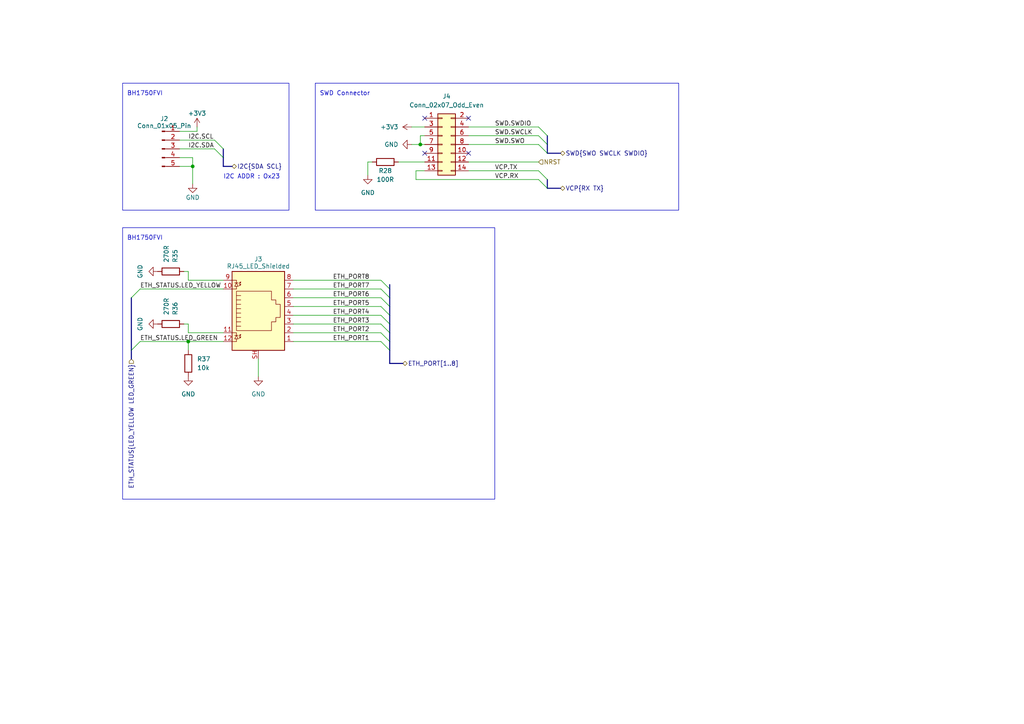
<source format=kicad_sch>
(kicad_sch (version 20230121) (generator eeschema)
  (paper "A4")
  (title_block (title "Open Wheather Station") (date "2024-01-02") (rev "1.0") (company "Vital Septfonds"))
  (lib_symbols
    (symbol "Connector:Conn_01x05_Pin" (pin_names (offset 1.016) hide)
      (property "Reference" "J" (at 0 7.62 0))
      (property "Value" "Conn_01x05_Pin" (at 0 -7.62 0))
      (symbol "Conn_01x05_Pin_1_1"
        (polyline (pts (xy 1.27 -5.08) (xy 0.8636 -5.08)) (stroke (width 0.1524)))
        (polyline (pts (xy 1.27 -2.54) (xy 0.8636 -2.54)) (stroke (width 0.1524)))
        (polyline (pts (xy 1.27 0) (xy 0.8636 0)) (stroke (width 0.1524)))
        (polyline (pts (xy 1.27 2.54) (xy 0.8636 2.54)) (stroke (width 0.1524)))
        (polyline (pts (xy 1.27 5.08) (xy 0.8636 5.08)) (stroke (width 0.1524)))
        (rectangle (start 0.8636 -4.953) (end 0 -5.207) (stroke (width 0.1524)) (fill (type outline)))
        (rectangle (start 0.8636 -2.413) (end 0 -2.667) (stroke (width 0.1524)) (fill (type outline)))
        (rectangle (start 0.8636 0.127) (end 0 -0.127) (stroke (width 0.1524)) (fill (type outline)))
        (rectangle (start 0.8636 2.667) (end 0 2.413) (stroke (width 0.1524)) (fill (type outline)))
        (rectangle (start 0.8636 5.207) (end 0 4.953) (stroke (width 0.1524)) (fill (type outline)))
        (pin passive line (at 5.08 5.08 180) (length 3.81) (name "Pin_1") (number "1"))
        (pin passive line (at 5.08 2.54 180) (length 3.81) (name "Pin_2") (number "2"))
        (pin passive line (at 5.08 0 180) (length 3.81) (name "Pin_3") (number "3"))
        (pin passive line (at 5.08 -2.54 180) (length 3.81) (name "Pin_4") (number "4"))
        (pin passive line (at 5.08 -5.08 180) (length 3.81) (name "Pin_5") (number "5"))
      )
    )
    (symbol "Connector:RJ45_LED_Shielded" (pin_names (offset 1.016))
      (property "Reference" "J" (at -5.08 13.97 0))
      (property "Value" "RJ45_LED_Shielded" (at 1.27 13.97 0))
      (symbol "RJ45_LED_Shielded_0_1"
        (polyline (pts (xy -7.62 -7.62) (xy -6.35 -7.62)))
        (polyline (pts (xy -7.62 -5.08) (xy -6.35 -5.08)))
        (polyline (pts (xy -7.62 7.62) (xy -6.35 7.62)))
        (polyline (pts (xy -7.62 10.16) (xy -6.35 10.16)))
        (polyline (pts (xy -6.858 -5.842) (xy -5.842 -5.842)))
        (polyline (pts (xy -6.858 9.398) (xy -5.842 9.398)))
        (polyline (pts (xy -6.35 -7.62) (xy -6.35 -6.858)))
        (polyline (pts (xy -6.35 -5.08) (xy -6.35 -5.842)))
        (polyline (pts (xy -6.35 7.62) (xy -6.35 8.382)))
        (polyline (pts (xy -6.35 10.16) (xy -6.35 9.398)))
        (polyline (pts (xy -5.08 -6.223) (xy -5.207 -6.604)))
        (polyline (pts (xy -5.08 -5.588) (xy -5.207 -5.969)))
        (polyline (pts (xy -5.08 4.445) (xy -6.35 4.445)))
        (polyline (pts (xy -5.08 5.715) (xy -6.35 5.715)))
        (polyline (pts (xy -5.08 9.017) (xy -5.207 8.636)))
        (polyline (pts (xy -5.08 9.652) (xy -5.207 9.271)))
        (polyline (pts (xy -6.35 -3.175) (xy -5.08 -3.175) (xy -5.08 -3.175)))
        (polyline (pts (xy -6.35 -1.905) (xy -5.08 -1.905) (xy -5.08 -1.905)))
        (polyline (pts (xy -6.35 -0.635) (xy -5.08 -0.635) (xy -5.08 -0.635)))
        (polyline (pts (xy -6.35 0.635) (xy -5.08 0.635) (xy -5.08 0.635)))
        (polyline (pts (xy -6.35 1.905) (xy -5.08 1.905) (xy -5.08 1.905)))
        (polyline (pts (xy -5.588 -6.731) (xy -5.08 -6.223) (xy -5.461 -6.35)))
        (polyline (pts (xy -5.588 -6.096) (xy -5.08 -5.588) (xy -5.461 -5.715)))
        (polyline (pts (xy -5.588 8.509) (xy -5.08 9.017) (xy -5.461 8.89)))
        (polyline (pts (xy -5.588 9.144) (xy -5.08 9.652) (xy -5.461 9.525)))
        (polyline (pts (xy -5.08 3.175) (xy -6.35 3.175) (xy -6.35 3.175)))
        (polyline (pts (xy -6.35 -5.842) (xy -6.858 -6.858) (xy -5.842 -6.858) (xy -6.35 -5.842)))
        (polyline (pts (xy -6.35 9.398) (xy -6.858 8.382) (xy -5.842 8.382) (xy -6.35 9.398)))
        (polyline (pts (xy -6.35 -4.445) (xy -6.35 6.985) (xy 3.81 6.985) (xy 3.81 4.445) (xy 5.08 4.445) (xy 5.08 3.175) (xy 6.35 3.175) (xy 6.35 -0.635) (xy 5.08 -0.635) (xy 5.08 -1.905) (xy 3.81 -1.905) (xy 3.81 -4.445) (xy -6.35 -4.445) (xy -6.35 -4.445)))
        (rectangle (start 7.62 12.7) (end -7.62 -10.16) (stroke (width 0.254)) (fill (type background)))
      )
      (symbol "RJ45_LED_Shielded_1_1"
        (pin passive line (at 10.16 -7.62 180) (length 2.54) (name "~") (number "1"))
        (pin passive line (at -10.16 7.62 0) (length 2.54) (name "~") (number "10"))
        (pin passive line (at -10.16 -5.08 0) (length 2.54) (name "~") (number "11"))
        (pin passive line (at -10.16 -7.62 0) (length 2.54) (name "~") (number "12"))
        (pin passive line (at 10.16 -5.08 180) (length 2.54) (name "~") (number "2"))
        (pin passive line (at 10.16 -2.54 180) (length 2.54) (name "~") (number "3"))
        (pin passive line (at 10.16 0 180) (length 2.54) (name "~") (number "4"))
        (pin passive line (at 10.16 2.54 180) (length 2.54) (name "~") (number "5"))
        (pin passive line (at 10.16 5.08 180) (length 2.54) (name "~") (number "6"))
        (pin passive line (at 10.16 7.62 180) (length 2.54) (name "~") (number "7"))
        (pin passive line (at 10.16 10.16 180) (length 2.54) (name "~") (number "8"))
        (pin passive line (at -10.16 10.16 0) (length 2.54) (name "~") (number "9"))
        (pin passive line (at 0 -12.7 90) (length 2.54) (name "~") (number "SH"))
      )
    )
    (symbol "Connector_Generic:Conn_02x07_Odd_Even" (pin_names (offset 1.016) hide)
      (property "Reference" "J" (at 1.27 10.16 0))
      (property "Value" "Conn_02x07_Odd_Even" (at 1.27 -10.16 0))
      (symbol "Conn_02x07_Odd_Even_1_1"
        (rectangle (start -1.27 -7.493) (end 0 -7.747) (stroke (width 0.1524)))
        (rectangle (start -1.27 -4.953) (end 0 -5.207) (stroke (width 0.1524)))
        (rectangle (start -1.27 -2.413) (end 0 -2.667) (stroke (width 0.1524)))
        (rectangle (start -1.27 0.127) (end 0 -0.127) (stroke (width 0.1524)))
        (rectangle (start -1.27 2.667) (end 0 2.413) (stroke (width 0.1524)))
        (rectangle (start -1.27 5.207) (end 0 4.953) (stroke (width 0.1524)))
        (rectangle (start -1.27 7.747) (end 0 7.493) (stroke (width 0.1524)))
        (rectangle (start -1.27 8.89) (end 3.81 -8.89) (stroke (width 0.254)) (fill (type background)))
        (rectangle (start 3.81 -7.493) (end 2.54 -7.747) (stroke (width 0.1524)))
        (rectangle (start 3.81 -4.953) (end 2.54 -5.207) (stroke (width 0.1524)))
        (rectangle (start 3.81 -2.413) (end 2.54 -2.667) (stroke (width 0.1524)))
        (rectangle (start 3.81 0.127) (end 2.54 -0.127) (stroke (width 0.1524)))
        (rectangle (start 3.81 2.667) (end 2.54 2.413) (stroke (width 0.1524)))
        (rectangle (start 3.81 5.207) (end 2.54 4.953) (stroke (width 0.1524)))
        (rectangle (start 3.81 7.747) (end 2.54 7.493) (stroke (width 0.1524)))
        (pin passive line (at -5.08 7.62 0) (length 3.81) (name "Pin_1") (number "1"))
        (pin passive line (at 7.62 -2.54 180) (length 3.81) (name "Pin_10") (number "10"))
        (pin passive line (at -5.08 -5.08 0) (length 3.81) (name "Pin_11") (number "11"))
        (pin passive line (at 7.62 -5.08 180) (length 3.81) (name "Pin_12") (number "12"))
        (pin passive line (at -5.08 -7.62 0) (length 3.81) (name "Pin_13") (number "13"))
        (pin passive line (at 7.62 -7.62 180) (length 3.81) (name "Pin_14") (number "14"))
        (pin passive line (at 7.62 7.62 180) (length 3.81) (name "Pin_2") (number "2"))
        (pin passive line (at -5.08 5.08 0) (length 3.81) (name "Pin_3") (number "3"))
        (pin passive line (at 7.62 5.08 180) (length 3.81) (name "Pin_4") (number "4"))
        (pin passive line (at -5.08 2.54 0) (length 3.81) (name "Pin_5") (number "5"))
        (pin passive line (at 7.62 2.54 180) (length 3.81) (name "Pin_6") (number "6"))
        (pin passive line (at -5.08 0 0) (length 3.81) (name "Pin_7") (number "7"))
        (pin passive line (at 7.62 0 180) (length 3.81) (name "Pin_8") (number "8"))
        (pin passive line (at -5.08 -2.54 0) (length 3.81) (name "Pin_9") (number "9"))
      )
    )
    (symbol "Device:R" (pin_numbers hide) (pin_names (offset 0))
      (property "Reference" "R" (at 2.032 0 90))
      (property "Value" "R" (at 0 0 90))
      (symbol "R_0_1"
        (rectangle (start -1.016 -2.54) (end 1.016 2.54) (stroke (width 0.254)))
      )
      (symbol "R_1_1"
        (pin passive line (at 0 3.81 270) (length 1.27) (name "~") (number "1"))
        (pin passive line (at 0 -3.81 90) (length 1.27) (name "~") (number "2"))
      )
    )
    (symbol "power:+3V3" (power) (pin_names (offset 0))
      (property "Value" "+3V3" (at 0 3.556 0))
      (symbol "+3V3_0_1"
        (polyline (pts (xy -0.762 1.27) (xy 0 2.54)))
        (polyline (pts (xy 0 0) (xy 0 2.54)))
        (polyline (pts (xy 0 2.54) (xy 0.762 1.27)))
      )
      (symbol "+3V3_1_1"
        (pin power_in line (at 0 0 90) (length 0) hide (name "+3V3") (number "1"))
      )
    )
    (symbol "power:GND" (power) (pin_names (offset 0))
      (property "Value" "GND" (at 0 -3.81 0))
      (symbol "GND_0_1"
        (polyline (pts (xy 0 0) (xy 0 -1.27) (xy 1.27 -1.27) (xy 0 -2.54) (xy -1.27 -1.27) (xy 0 -1.27)))
      )
      (symbol "GND_1_1"
        (pin power_in line (at 0 0 270) (length 0) hide (name "GND") (number "1"))
      )
    )
  )
  (junction (at 121.92 41.91))
  (junction (at 55.88 48.26))
  (junction (at 54.61 99.06))
  (no_connect (at 135.89 44.45))
  (no_connect (at 123.19 44.45))
  (no_connect (at 123.19 34.29))
  (no_connect (at 135.89 34.29))
  (bus_entry (at 156.21 41.91) (size 2.54 2.54))
  (bus_entry (at 156.21 52.07) (size 2.54 2.54))
  (bus_entry (at 62.23 43.18) (size 2.54 2.54))
  (bus_entry (at 62.23 40.64) (size 2.54 2.54))
  (bus_entry (at 110.49 99.06) (size 2.54 2.54))
  (bus_entry (at 110.49 91.44) (size 2.54 2.54))
  (bus_entry (at 38.1 101.6) (size 2.54 -2.54))
  (bus_entry (at 110.49 81.28) (size 2.54 2.54))
  (bus_entry (at 110.49 93.98) (size 2.54 2.54))
  (bus_entry (at 156.21 49.53) (size 2.54 2.54))
  (bus_entry (at 110.49 96.52) (size 2.54 2.54))
  (bus_entry (at 110.49 86.36) (size 2.54 2.54))
  (bus_entry (at 156.21 36.83) (size 2.54 2.54))
  (bus_entry (at 156.21 39.37) (size 2.54 2.54))
  (bus_entry (at 110.49 83.82) (size 2.54 2.54))
  (bus_entry (at 110.49 88.9) (size 2.54 2.54))
  (bus_entry (at 38.1 86.36) (size 2.54 -2.54))
  (wire (pts (xy 120.65 49.53) (xy 123.19 49.53)))
  (wire (pts (xy 85.09 81.28) (xy 110.49 81.28)))
  (wire (pts (xy 120.65 52.07) (xy 156.21 52.07)))
  (wire (pts (xy 55.88 48.26) (xy 55.88 53.34)))
  (wire (pts (xy 52.07 45.72) (xy 55.88 45.72)))
  (wire (pts (xy 120.65 52.07) (xy 120.65 49.53)))
  (bus (pts (xy 38.1 101.6) (xy 38.1 104.14)))
  (bus (pts (xy 113.03 99.06) (xy 113.03 101.6)))
  (wire (pts (xy 85.09 83.82) (xy 110.49 83.82)))
  (wire (pts (xy 85.09 91.44) (xy 110.49 91.44)))
  (bus (pts (xy 113.03 93.98) (xy 113.03 96.52)))
  (bus (pts (xy 158.75 52.07) (xy 158.75 54.61)))
  (wire (pts (xy 52.07 38.1) (xy 57.15 38.1)))
  (bus (pts (xy 158.75 41.91) (xy 158.75 44.45)))
  (wire (pts (xy 54.61 99.06) (xy 64.77 99.06)))
  (bus (pts (xy 113.03 82.55) (xy 113.03 83.82)))
  (wire (pts (xy 54.61 96.52) (xy 64.77 96.52)))
  (bus (pts (xy 64.77 43.18) (xy 64.77 45.72)))
  (bus (pts (xy 158.75 44.45) (xy 162.56 44.45)))
  (wire (pts (xy 85.09 93.98) (xy 110.49 93.98)))
  (wire (pts (xy 54.61 93.98) (xy 54.61 96.52)))
  (bus (pts (xy 113.03 96.52) (xy 113.03 99.06)))
  (wire (pts (xy 54.61 93.98) (xy 53.34 93.98)))
  (wire (pts (xy 135.89 41.91) (xy 156.21 41.91)))
  (bus (pts (xy 64.77 45.72) (xy 64.77 48.26)))
  (wire (pts (xy 85.09 88.9) (xy 110.49 88.9)))
  (bus (pts (xy 113.03 101.6) (xy 113.03 105.41)))
  (wire (pts (xy 85.09 86.36) (xy 110.49 86.36)))
  (wire (pts (xy 85.09 99.06) (xy 110.49 99.06)))
  (bus (pts (xy 38.1 86.36) (xy 38.1 101.6)))
  (wire (pts (xy 54.61 78.74) (xy 53.34 78.74)))
  (bus (pts (xy 113.03 88.9) (xy 113.03 91.44)))
  (wire (pts (xy 55.88 45.72) (xy 55.88 48.26)))
  (wire (pts (xy 57.15 38.1) (xy 57.15 36.83)))
  (wire (pts (xy 54.61 81.28) (xy 64.77 81.28)))
  (bus (pts (xy 116.84 105.41) (xy 113.03 105.41)))
  (wire (pts (xy 54.61 99.06) (xy 54.61 101.6)))
  (bus (pts (xy 113.03 86.36) (xy 113.03 88.9)))
  (wire (pts (xy 106.68 46.99) (xy 106.68 50.8)))
  (wire (pts (xy 123.19 36.83) (xy 119.38 36.83)))
  (wire (pts (xy 135.89 46.99) (xy 156.21 46.99)))
  (wire (pts (xy 54.61 78.74) (xy 54.61 81.28)))
  (wire (pts (xy 123.19 39.37) (xy 121.92 39.37)))
  (wire (pts (xy 40.64 83.82) (xy 64.77 83.82)))
  (wire (pts (xy 121.92 41.91) (xy 121.92 39.37)))
  (wire (pts (xy 40.64 99.06) (xy 54.61 99.06)))
  (wire (pts (xy 52.07 40.64) (xy 62.23 40.64)))
  (wire (pts (xy 121.92 41.91) (xy 119.38 41.91)))
  (wire (pts (xy 52.07 48.26) (xy 55.88 48.26)))
  (wire (pts (xy 52.07 43.18) (xy 62.23 43.18)))
  (bus (pts (xy 158.75 54.61) (xy 162.56 54.61)))
  (wire (pts (xy 135.89 39.37) (xy 156.21 39.37)))
  (wire (pts (xy 135.89 49.53) (xy 156.21 49.53)))
  (bus (pts (xy 158.75 41.91) (xy 158.75 39.37)))
  (bus (pts (xy 64.77 48.26) (xy 67.31 48.26)))
  (wire (pts (xy 115.57 46.99) (xy 123.19 46.99)))
  (wire (pts (xy 74.93 109.22) (xy 74.93 104.14)))
  (wire (pts (xy 135.89 36.83) (xy 156.21 36.83)))
  (wire (pts (xy 85.09 96.52) (xy 110.49 96.52)))
  (wire (pts (xy 107.95 46.99) (xy 106.68 46.99)))
  (wire (pts (xy 123.19 41.91) (xy 121.92 41.91)))
  (bus (pts (xy 113.03 83.82) (xy 113.03 86.36)))
  (bus (pts (xy 113.03 91.44) (xy 113.03 93.98)))
  (rectangle (start 91.44 24.13) (end 196.85 60.96))
  (rectangle (start 35.56 24.13) (end 83.82 60.96))
  (rectangle (start 35.56 66.04) (end 143.51 144.78))
  (text "SWD Connector" (at 92.71 27.94 0) (effects (font (size 1.27 1.27)) (justify left bottom)))
  (text "I2C ADDR : Ox23" (at 64.77 52.07 0) (effects (font (size 1.27 1.27)) (justify left bottom)))
  (text "BH1750FVI" (at 36.83 69.85 0) (effects (font (size 1.27 1.27)) (justify left bottom)))
  (text "BH1750FVI" (at 36.83 27.94 0) (effects (font (size 1.27 1.27)) (justify left bottom)))
  (label "SWD.SWCLK" (at 143.51 39.37 0))
  (label "I2C.SDA" (at 54.61 43.18 0))
  (label "ETH_PORT7" (at 96.52 83.82 0))
  (label "ETH_PORT3" (at 96.52 93.98 0))
  (label "VCP.RX" (at 143.51 52.07 0))
  (label "ETH_STATUS.LED_YELLOW" (at 40.64 83.82 0))
  (label "ETH_PORT4" (at 96.52 91.44 0))
  (label "ETH_PORT8" (at 96.52 81.28 0))
  (label "ETH_STATUS.LED_GREEN" (at 40.64 99.06 0))
  (label "I2C.SCL" (at 54.61 40.64 0))
  (label "SWD.SWO" (at 143.51 41.91 0))
  (label "VCP.TX" (at 143.51 49.53 0))
  (label "ETH_PORT6" (at 96.52 86.36 0))
  (label "SWD.SWDIO" (at 143.51 36.83 0))
  (label "ETH_PORT5" (at 96.52 88.9 0))
  (label "ETH_PORT1" (at 96.52 99.06 0))
  (label "ETH_PORT2" (at 96.52 96.52 0))
  (hierarchical_label "I2C{SDA SCL}" (shape bidirectional) (at 67.31 48.26 0))
  (hierarchical_label "ETH_STATUS{LED_YELLOW LED_GREEN}" (shape input) (at 38.1 104.14 270))
  (hierarchical_label "ETH_PORT[1..8]" (shape bidirectional) (at 116.84 105.41 0))
  (hierarchical_label "NRST" (shape input) (at 156.21 46.99 0))
  (hierarchical_label "VCP{RX TX}" (shape bidirectional) (at 162.56 54.61 0))
  (hierarchical_label "SWD{SWO SWCLK SWDIO}" (shape bidirectional) (at 162.56 44.45 0))
  (symbol (lib_id "power:GND") (at 119.38 41.91 270) (mirror x) (unit 1)
    (property "Reference" "#PWR012" (effects hide))
    (property "Value" "GND" (at 115.57 41.91 90) (effects (justify right)))
  )
  (symbol (lib_id "Connector:Conn_01x05_Pin") (at 46.99 43.18 0) (unit 1)
    (property "Reference" "J2" (at 47.625 34.4438 0))
    (property "Value" "Conn_01x05_Pin" (at 47.625 36.4918 0))
  )
  (symbol (lib_id "Device:R") (at 49.53 93.98 90) (mirror x) (unit 1)
    (property "Reference" "R36" (at 50.8 91.44 0) (effects (justify right)))
    (property "Value" "270R" (at 48.26 91.44 0) (effects (justify right)))
    (property "Footprint" "Resistor_SMD:R_0603_1608Metric" (effects hide))
  )
  (symbol (lib_id "power:GND") (at 74.93 109.22 0) (unit 1)
    (property "Reference" "#PWR036" (effects hide))
    (property "Value" "GND" (at 74.93 114.3 0))
  )
  (symbol (lib_id "Device:R") (at 49.53 78.74 90) (mirror x) (unit 1)
    (property "Reference" "R35" (at 50.8 76.2 0) (effects (justify right)))
    (property "Value" "270R" (at 48.26 76.2 0) (effects (justify right)))
    (property "Footprint" "Resistor_SMD:R_0603_1608Metric" (effects hide))
  )
  (symbol (lib_id "power:GND") (at 45.72 78.74 270) (mirror x) (unit 1)
    (property "Reference" "#PWR033" (effects hide))
    (property "Value" "GND" (at 40.64 78.74 0))
  )
  (symbol (lib_id "Connector_Generic:Conn_02x07_Odd_Even") (at 128.27 41.91 0) (unit 1)
    (property "Reference" "J4" (at 129.54 27.94 0))
    (property "Value" "Conn_02x07_Odd_Even" (at 129.54 30.48 0))
    (property "Footprint" "Connector_PinHeader_1.27mm:PinHeader_2x07_P1.27mm_Vertical" (effects hide))
  )
  (symbol (lib_id "power:GND") (at 54.61 109.22 0) (mirror y) (unit 1)
    (property "Reference" "#PWR035" (effects hide))
    (property "Value" "GND" (at 54.61 114.3 0))
  )
  (symbol (lib_id "power:+3V3") (at 119.38 36.83 90) (unit 1)
    (property "Reference" "#PWR023" (effects hide))
    (property "Value" "+3V3" (at 115.57 36.83 90) (effects (justify left)))
  )
  (symbol (lib_id "Device:R") (at 54.61 105.41 0) (unit 1)
    (property "Reference" "R37" (at 57.15 104.14 0) (effects (justify left)))
    (property "Value" "10k" (at 57.15 106.68 0) (effects (justify left)))
    (property "Footprint" "Resistor_SMD:R_0603_1608Metric" (effects hide))
  )
  (symbol (lib_id "power:GND") (at 55.88 53.34 0) (unit 1)
    (property "Reference" "#PWR02" (effects hide))
    (property "Value" "GND" (at 55.88 57.285 0))
  )
  (symbol (lib_id "Device:R") (at 111.76 46.99 90) (unit 1)
    (property "Reference" "R28" (at 111.76 49.53 90))
    (property "Value" "100R" (at 111.76 52.07 90))
    (property "Footprint" "Resistor_SMD:R_0603_1608Metric" (effects hide))
  )
  (symbol (lib_id "Connector:RJ45_LED_Shielded") (at 74.93 91.44 0) (unit 1)
    (property "Reference" "J3" (at 74.93 75.16 0))
    (property "Value" "RJ45_LED_Shielded" (at 74.93 77.208 0))
  )
  (symbol (lib_id "power:GND") (at 106.68 50.8 0) (mirror y) (unit 1)
    (property "Reference" "#PWR024" (effects hide))
    (property "Value" "GND" (at 106.68 55.88 0))
  )
  (symbol (lib_id "power:GND") (at 45.72 93.98 270) (mirror x) (unit 1)
    (property "Reference" "#PWR034" (effects hide))
    (property "Value" "GND" (at 40.64 93.98 0))
  )
  (symbol (lib_id "power:+3V3") (at 57.15 36.83 0) (unit 1)
    (property "Reference" "#PWR03" (effects hide))
    (property "Value" "+3V3" (at 57.15 32.885 0))
  )
)
</source>
